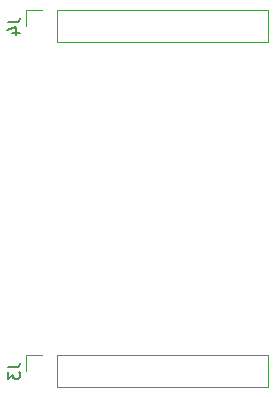
<source format=gbo>
G04 #@! TF.FileFunction,Legend,Bot*
%FSLAX46Y46*%
G04 Gerber Fmt 4.6, Leading zero omitted, Abs format (unit mm)*
G04 Created by KiCad (PCBNEW 4.0.7-e2-6376~58~ubuntu17.04.1) date Tue Oct  3 10:22:26 2017*
%MOMM*%
%LPD*%
G01*
G04 APERTURE LIST*
%ADD10C,0.100000*%
%ADD11C,0.120000*%
%ADD12C,0.150000*%
G04 APERTURE END LIST*
D10*
D11*
X177860000Y-119320000D02*
X177860000Y-121980000D01*
X160020000Y-119320000D02*
X177860000Y-119320000D01*
X160020000Y-121980000D02*
X177860000Y-121980000D01*
X160020000Y-119320000D02*
X160020000Y-121980000D01*
X158750000Y-119320000D02*
X157420000Y-119320000D01*
X157420000Y-119320000D02*
X157420000Y-120650000D01*
X177860000Y-90110000D02*
X177860000Y-92770000D01*
X160020000Y-90110000D02*
X177860000Y-90110000D01*
X160020000Y-92770000D02*
X177860000Y-92770000D01*
X160020000Y-90110000D02*
X160020000Y-92770000D01*
X158750000Y-90110000D02*
X157420000Y-90110000D01*
X157420000Y-90110000D02*
X157420000Y-91440000D01*
D12*
X155872381Y-120316667D02*
X156586667Y-120316667D01*
X156729524Y-120269047D01*
X156824762Y-120173809D01*
X156872381Y-120030952D01*
X156872381Y-119935714D01*
X155872381Y-120697619D02*
X155872381Y-121316667D01*
X156253333Y-120983333D01*
X156253333Y-121126191D01*
X156300952Y-121221429D01*
X156348571Y-121269048D01*
X156443810Y-121316667D01*
X156681905Y-121316667D01*
X156777143Y-121269048D01*
X156824762Y-121221429D01*
X156872381Y-121126191D01*
X156872381Y-120840476D01*
X156824762Y-120745238D01*
X156777143Y-120697619D01*
X155872381Y-91106667D02*
X156586667Y-91106667D01*
X156729524Y-91059047D01*
X156824762Y-90963809D01*
X156872381Y-90820952D01*
X156872381Y-90725714D01*
X156205714Y-92011429D02*
X156872381Y-92011429D01*
X155824762Y-91773333D02*
X156539048Y-91535238D01*
X156539048Y-92154286D01*
M02*

</source>
